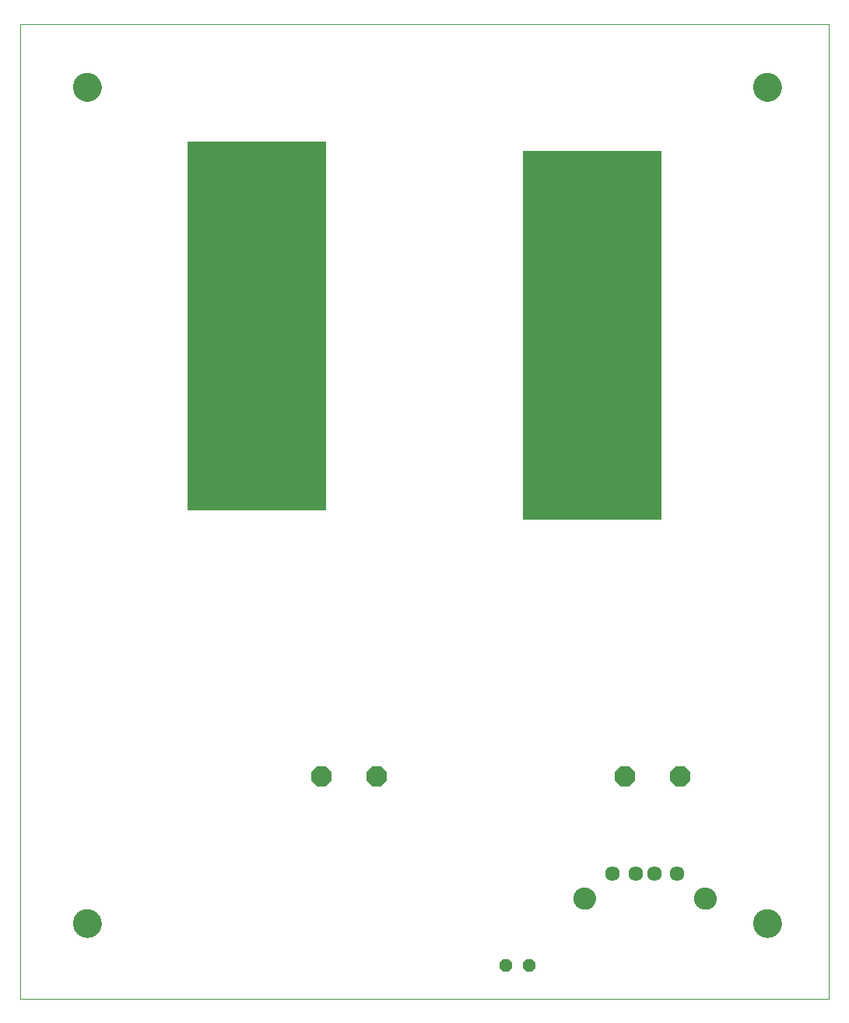
<source format=gbs>
G04 EAGLE Gerber RS-274X export*
G75*
%MOMM*%
%FSLAX34Y34*%
%LPD*%
%INSolder Mask bottom*%
%IPPOS*%
%AMOC8*
5,1,8,0,0,1.08239X$1,22.5*%
G01*
%ADD10C,0.001000*%
%ADD11C,1.609600*%
%ADD12C,0.000000*%
%ADD13C,2.401600*%
%ADD14P,1.539592X8X202.500000*%
%ADD15R,15.101600X40.101600*%
%ADD16P,2.446851X8X22.500000*%
%ADD17C,3.101600*%


D10*
X12286Y7998D02*
X892286Y7998D01*
X892286Y1068368D01*
X12286Y1068368D01*
X12286Y7998D01*
D11*
X656999Y144201D03*
X682000Y144201D03*
X702000Y144201D03*
X727001Y144201D03*
D12*
X614800Y117099D02*
X614803Y117381D01*
X614814Y117663D01*
X614831Y117945D01*
X614855Y118226D01*
X614886Y118507D01*
X614924Y118786D01*
X614969Y119065D01*
X615021Y119343D01*
X615079Y119619D01*
X615145Y119893D01*
X615217Y120166D01*
X615295Y120437D01*
X615380Y120706D01*
X615472Y120973D01*
X615571Y121238D01*
X615675Y121500D01*
X615787Y121759D01*
X615904Y122016D01*
X616028Y122270D01*
X616158Y122520D01*
X616294Y122767D01*
X616436Y123011D01*
X616584Y123251D01*
X616738Y123488D01*
X616898Y123721D01*
X617063Y123950D01*
X617234Y124174D01*
X617410Y124395D01*
X617592Y124610D01*
X617779Y124822D01*
X617971Y125029D01*
X618168Y125231D01*
X618370Y125428D01*
X618577Y125620D01*
X618789Y125807D01*
X619004Y125989D01*
X619225Y126165D01*
X619449Y126336D01*
X619678Y126501D01*
X619911Y126661D01*
X620148Y126815D01*
X620388Y126963D01*
X620632Y127105D01*
X620879Y127241D01*
X621129Y127371D01*
X621383Y127495D01*
X621640Y127612D01*
X621899Y127724D01*
X622161Y127828D01*
X622426Y127927D01*
X622693Y128019D01*
X622962Y128104D01*
X623233Y128182D01*
X623506Y128254D01*
X623780Y128320D01*
X624056Y128378D01*
X624334Y128430D01*
X624613Y128475D01*
X624892Y128513D01*
X625173Y128544D01*
X625454Y128568D01*
X625736Y128585D01*
X626018Y128596D01*
X626300Y128599D01*
X626582Y128596D01*
X626864Y128585D01*
X627146Y128568D01*
X627427Y128544D01*
X627708Y128513D01*
X627987Y128475D01*
X628266Y128430D01*
X628544Y128378D01*
X628820Y128320D01*
X629094Y128254D01*
X629367Y128182D01*
X629638Y128104D01*
X629907Y128019D01*
X630174Y127927D01*
X630439Y127828D01*
X630701Y127724D01*
X630960Y127612D01*
X631217Y127495D01*
X631471Y127371D01*
X631721Y127241D01*
X631968Y127105D01*
X632212Y126963D01*
X632452Y126815D01*
X632689Y126661D01*
X632922Y126501D01*
X633151Y126336D01*
X633375Y126165D01*
X633596Y125989D01*
X633811Y125807D01*
X634023Y125620D01*
X634230Y125428D01*
X634432Y125231D01*
X634629Y125029D01*
X634821Y124822D01*
X635008Y124610D01*
X635190Y124395D01*
X635366Y124174D01*
X635537Y123950D01*
X635702Y123721D01*
X635862Y123488D01*
X636016Y123251D01*
X636164Y123011D01*
X636306Y122767D01*
X636442Y122520D01*
X636572Y122270D01*
X636696Y122016D01*
X636813Y121759D01*
X636925Y121500D01*
X637029Y121238D01*
X637128Y120973D01*
X637220Y120706D01*
X637305Y120437D01*
X637383Y120166D01*
X637455Y119893D01*
X637521Y119619D01*
X637579Y119343D01*
X637631Y119065D01*
X637676Y118786D01*
X637714Y118507D01*
X637745Y118226D01*
X637769Y117945D01*
X637786Y117663D01*
X637797Y117381D01*
X637800Y117099D01*
X637797Y116817D01*
X637786Y116535D01*
X637769Y116253D01*
X637745Y115972D01*
X637714Y115691D01*
X637676Y115412D01*
X637631Y115133D01*
X637579Y114855D01*
X637521Y114579D01*
X637455Y114305D01*
X637383Y114032D01*
X637305Y113761D01*
X637220Y113492D01*
X637128Y113225D01*
X637029Y112960D01*
X636925Y112698D01*
X636813Y112439D01*
X636696Y112182D01*
X636572Y111928D01*
X636442Y111678D01*
X636306Y111431D01*
X636164Y111187D01*
X636016Y110947D01*
X635862Y110710D01*
X635702Y110477D01*
X635537Y110248D01*
X635366Y110024D01*
X635190Y109803D01*
X635008Y109588D01*
X634821Y109376D01*
X634629Y109169D01*
X634432Y108967D01*
X634230Y108770D01*
X634023Y108578D01*
X633811Y108391D01*
X633596Y108209D01*
X633375Y108033D01*
X633151Y107862D01*
X632922Y107697D01*
X632689Y107537D01*
X632452Y107383D01*
X632212Y107235D01*
X631968Y107093D01*
X631721Y106957D01*
X631471Y106827D01*
X631217Y106703D01*
X630960Y106586D01*
X630701Y106474D01*
X630439Y106370D01*
X630174Y106271D01*
X629907Y106179D01*
X629638Y106094D01*
X629367Y106016D01*
X629094Y105944D01*
X628820Y105878D01*
X628544Y105820D01*
X628266Y105768D01*
X627987Y105723D01*
X627708Y105685D01*
X627427Y105654D01*
X627146Y105630D01*
X626864Y105613D01*
X626582Y105602D01*
X626300Y105599D01*
X626018Y105602D01*
X625736Y105613D01*
X625454Y105630D01*
X625173Y105654D01*
X624892Y105685D01*
X624613Y105723D01*
X624334Y105768D01*
X624056Y105820D01*
X623780Y105878D01*
X623506Y105944D01*
X623233Y106016D01*
X622962Y106094D01*
X622693Y106179D01*
X622426Y106271D01*
X622161Y106370D01*
X621899Y106474D01*
X621640Y106586D01*
X621383Y106703D01*
X621129Y106827D01*
X620879Y106957D01*
X620632Y107093D01*
X620388Y107235D01*
X620148Y107383D01*
X619911Y107537D01*
X619678Y107697D01*
X619449Y107862D01*
X619225Y108033D01*
X619004Y108209D01*
X618789Y108391D01*
X618577Y108578D01*
X618370Y108770D01*
X618168Y108967D01*
X617971Y109169D01*
X617779Y109376D01*
X617592Y109588D01*
X617410Y109803D01*
X617234Y110024D01*
X617063Y110248D01*
X616898Y110477D01*
X616738Y110710D01*
X616584Y110947D01*
X616436Y111187D01*
X616294Y111431D01*
X616158Y111678D01*
X616028Y111928D01*
X615904Y112182D01*
X615787Y112439D01*
X615675Y112698D01*
X615571Y112960D01*
X615472Y113225D01*
X615380Y113492D01*
X615295Y113761D01*
X615217Y114032D01*
X615145Y114305D01*
X615079Y114579D01*
X615021Y114855D01*
X614969Y115133D01*
X614924Y115412D01*
X614886Y115691D01*
X614855Y115972D01*
X614831Y116253D01*
X614814Y116535D01*
X614803Y116817D01*
X614800Y117099D01*
D13*
X626300Y117099D03*
D12*
X746200Y117099D02*
X746203Y117381D01*
X746214Y117663D01*
X746231Y117945D01*
X746255Y118226D01*
X746286Y118507D01*
X746324Y118786D01*
X746369Y119065D01*
X746421Y119343D01*
X746479Y119619D01*
X746545Y119893D01*
X746617Y120166D01*
X746695Y120437D01*
X746780Y120706D01*
X746872Y120973D01*
X746971Y121238D01*
X747075Y121500D01*
X747187Y121759D01*
X747304Y122016D01*
X747428Y122270D01*
X747558Y122520D01*
X747694Y122767D01*
X747836Y123011D01*
X747984Y123251D01*
X748138Y123488D01*
X748298Y123721D01*
X748463Y123950D01*
X748634Y124174D01*
X748810Y124395D01*
X748992Y124610D01*
X749179Y124822D01*
X749371Y125029D01*
X749568Y125231D01*
X749770Y125428D01*
X749977Y125620D01*
X750189Y125807D01*
X750404Y125989D01*
X750625Y126165D01*
X750849Y126336D01*
X751078Y126501D01*
X751311Y126661D01*
X751548Y126815D01*
X751788Y126963D01*
X752032Y127105D01*
X752279Y127241D01*
X752529Y127371D01*
X752783Y127495D01*
X753040Y127612D01*
X753299Y127724D01*
X753561Y127828D01*
X753826Y127927D01*
X754093Y128019D01*
X754362Y128104D01*
X754633Y128182D01*
X754906Y128254D01*
X755180Y128320D01*
X755456Y128378D01*
X755734Y128430D01*
X756013Y128475D01*
X756292Y128513D01*
X756573Y128544D01*
X756854Y128568D01*
X757136Y128585D01*
X757418Y128596D01*
X757700Y128599D01*
X757982Y128596D01*
X758264Y128585D01*
X758546Y128568D01*
X758827Y128544D01*
X759108Y128513D01*
X759387Y128475D01*
X759666Y128430D01*
X759944Y128378D01*
X760220Y128320D01*
X760494Y128254D01*
X760767Y128182D01*
X761038Y128104D01*
X761307Y128019D01*
X761574Y127927D01*
X761839Y127828D01*
X762101Y127724D01*
X762360Y127612D01*
X762617Y127495D01*
X762871Y127371D01*
X763121Y127241D01*
X763368Y127105D01*
X763612Y126963D01*
X763852Y126815D01*
X764089Y126661D01*
X764322Y126501D01*
X764551Y126336D01*
X764775Y126165D01*
X764996Y125989D01*
X765211Y125807D01*
X765423Y125620D01*
X765630Y125428D01*
X765832Y125231D01*
X766029Y125029D01*
X766221Y124822D01*
X766408Y124610D01*
X766590Y124395D01*
X766766Y124174D01*
X766937Y123950D01*
X767102Y123721D01*
X767262Y123488D01*
X767416Y123251D01*
X767564Y123011D01*
X767706Y122767D01*
X767842Y122520D01*
X767972Y122270D01*
X768096Y122016D01*
X768213Y121759D01*
X768325Y121500D01*
X768429Y121238D01*
X768528Y120973D01*
X768620Y120706D01*
X768705Y120437D01*
X768783Y120166D01*
X768855Y119893D01*
X768921Y119619D01*
X768979Y119343D01*
X769031Y119065D01*
X769076Y118786D01*
X769114Y118507D01*
X769145Y118226D01*
X769169Y117945D01*
X769186Y117663D01*
X769197Y117381D01*
X769200Y117099D01*
X769197Y116817D01*
X769186Y116535D01*
X769169Y116253D01*
X769145Y115972D01*
X769114Y115691D01*
X769076Y115412D01*
X769031Y115133D01*
X768979Y114855D01*
X768921Y114579D01*
X768855Y114305D01*
X768783Y114032D01*
X768705Y113761D01*
X768620Y113492D01*
X768528Y113225D01*
X768429Y112960D01*
X768325Y112698D01*
X768213Y112439D01*
X768096Y112182D01*
X767972Y111928D01*
X767842Y111678D01*
X767706Y111431D01*
X767564Y111187D01*
X767416Y110947D01*
X767262Y110710D01*
X767102Y110477D01*
X766937Y110248D01*
X766766Y110024D01*
X766590Y109803D01*
X766408Y109588D01*
X766221Y109376D01*
X766029Y109169D01*
X765832Y108967D01*
X765630Y108770D01*
X765423Y108578D01*
X765211Y108391D01*
X764996Y108209D01*
X764775Y108033D01*
X764551Y107862D01*
X764322Y107697D01*
X764089Y107537D01*
X763852Y107383D01*
X763612Y107235D01*
X763368Y107093D01*
X763121Y106957D01*
X762871Y106827D01*
X762617Y106703D01*
X762360Y106586D01*
X762101Y106474D01*
X761839Y106370D01*
X761574Y106271D01*
X761307Y106179D01*
X761038Y106094D01*
X760767Y106016D01*
X760494Y105944D01*
X760220Y105878D01*
X759944Y105820D01*
X759666Y105768D01*
X759387Y105723D01*
X759108Y105685D01*
X758827Y105654D01*
X758546Y105630D01*
X758264Y105613D01*
X757982Y105602D01*
X757700Y105599D01*
X757418Y105602D01*
X757136Y105613D01*
X756854Y105630D01*
X756573Y105654D01*
X756292Y105685D01*
X756013Y105723D01*
X755734Y105768D01*
X755456Y105820D01*
X755180Y105878D01*
X754906Y105944D01*
X754633Y106016D01*
X754362Y106094D01*
X754093Y106179D01*
X753826Y106271D01*
X753561Y106370D01*
X753299Y106474D01*
X753040Y106586D01*
X752783Y106703D01*
X752529Y106827D01*
X752279Y106957D01*
X752032Y107093D01*
X751788Y107235D01*
X751548Y107383D01*
X751311Y107537D01*
X751078Y107697D01*
X750849Y107862D01*
X750625Y108033D01*
X750404Y108209D01*
X750189Y108391D01*
X749977Y108578D01*
X749770Y108770D01*
X749568Y108967D01*
X749371Y109169D01*
X749179Y109376D01*
X748992Y109588D01*
X748810Y109803D01*
X748634Y110024D01*
X748463Y110248D01*
X748298Y110477D01*
X748138Y110710D01*
X747984Y110947D01*
X747836Y111187D01*
X747694Y111431D01*
X747558Y111678D01*
X747428Y111928D01*
X747304Y112182D01*
X747187Y112439D01*
X747075Y112698D01*
X746971Y112960D01*
X746872Y113225D01*
X746780Y113492D01*
X746695Y113761D01*
X746617Y114032D01*
X746545Y114305D01*
X746479Y114579D01*
X746421Y114855D01*
X746369Y115133D01*
X746324Y115412D01*
X746286Y115691D01*
X746255Y115972D01*
X746231Y116253D01*
X746214Y116535D01*
X746203Y116817D01*
X746200Y117099D01*
D13*
X757700Y117099D03*
D14*
X565800Y43800D03*
X540400Y43800D03*
D15*
X635000Y730000D03*
X270000Y740000D03*
D16*
X400000Y250000D03*
X340000Y250000D03*
X670000Y250000D03*
X730000Y250000D03*
D12*
X70000Y90000D02*
X70005Y90368D01*
X70018Y90736D01*
X70041Y91103D01*
X70072Y91470D01*
X70113Y91836D01*
X70162Y92201D01*
X70221Y92564D01*
X70288Y92926D01*
X70364Y93287D01*
X70450Y93645D01*
X70543Y94001D01*
X70646Y94354D01*
X70757Y94705D01*
X70877Y95053D01*
X71005Y95398D01*
X71142Y95740D01*
X71287Y96079D01*
X71440Y96413D01*
X71602Y96744D01*
X71771Y97071D01*
X71949Y97393D01*
X72134Y97712D01*
X72327Y98025D01*
X72528Y98334D01*
X72736Y98637D01*
X72952Y98935D01*
X73175Y99228D01*
X73405Y99516D01*
X73642Y99798D01*
X73886Y100073D01*
X74136Y100343D01*
X74393Y100607D01*
X74657Y100864D01*
X74927Y101114D01*
X75202Y101358D01*
X75484Y101595D01*
X75772Y101825D01*
X76065Y102048D01*
X76363Y102264D01*
X76666Y102472D01*
X76975Y102673D01*
X77288Y102866D01*
X77607Y103051D01*
X77929Y103229D01*
X78256Y103398D01*
X78587Y103560D01*
X78921Y103713D01*
X79260Y103858D01*
X79602Y103995D01*
X79947Y104123D01*
X80295Y104243D01*
X80646Y104354D01*
X80999Y104457D01*
X81355Y104550D01*
X81713Y104636D01*
X82074Y104712D01*
X82436Y104779D01*
X82799Y104838D01*
X83164Y104887D01*
X83530Y104928D01*
X83897Y104959D01*
X84264Y104982D01*
X84632Y104995D01*
X85000Y105000D01*
X85368Y104995D01*
X85736Y104982D01*
X86103Y104959D01*
X86470Y104928D01*
X86836Y104887D01*
X87201Y104838D01*
X87564Y104779D01*
X87926Y104712D01*
X88287Y104636D01*
X88645Y104550D01*
X89001Y104457D01*
X89354Y104354D01*
X89705Y104243D01*
X90053Y104123D01*
X90398Y103995D01*
X90740Y103858D01*
X91079Y103713D01*
X91413Y103560D01*
X91744Y103398D01*
X92071Y103229D01*
X92393Y103051D01*
X92712Y102866D01*
X93025Y102673D01*
X93334Y102472D01*
X93637Y102264D01*
X93935Y102048D01*
X94228Y101825D01*
X94516Y101595D01*
X94798Y101358D01*
X95073Y101114D01*
X95343Y100864D01*
X95607Y100607D01*
X95864Y100343D01*
X96114Y100073D01*
X96358Y99798D01*
X96595Y99516D01*
X96825Y99228D01*
X97048Y98935D01*
X97264Y98637D01*
X97472Y98334D01*
X97673Y98025D01*
X97866Y97712D01*
X98051Y97393D01*
X98229Y97071D01*
X98398Y96744D01*
X98560Y96413D01*
X98713Y96079D01*
X98858Y95740D01*
X98995Y95398D01*
X99123Y95053D01*
X99243Y94705D01*
X99354Y94354D01*
X99457Y94001D01*
X99550Y93645D01*
X99636Y93287D01*
X99712Y92926D01*
X99779Y92564D01*
X99838Y92201D01*
X99887Y91836D01*
X99928Y91470D01*
X99959Y91103D01*
X99982Y90736D01*
X99995Y90368D01*
X100000Y90000D01*
X99995Y89632D01*
X99982Y89264D01*
X99959Y88897D01*
X99928Y88530D01*
X99887Y88164D01*
X99838Y87799D01*
X99779Y87436D01*
X99712Y87074D01*
X99636Y86713D01*
X99550Y86355D01*
X99457Y85999D01*
X99354Y85646D01*
X99243Y85295D01*
X99123Y84947D01*
X98995Y84602D01*
X98858Y84260D01*
X98713Y83921D01*
X98560Y83587D01*
X98398Y83256D01*
X98229Y82929D01*
X98051Y82607D01*
X97866Y82288D01*
X97673Y81975D01*
X97472Y81666D01*
X97264Y81363D01*
X97048Y81065D01*
X96825Y80772D01*
X96595Y80484D01*
X96358Y80202D01*
X96114Y79927D01*
X95864Y79657D01*
X95607Y79393D01*
X95343Y79136D01*
X95073Y78886D01*
X94798Y78642D01*
X94516Y78405D01*
X94228Y78175D01*
X93935Y77952D01*
X93637Y77736D01*
X93334Y77528D01*
X93025Y77327D01*
X92712Y77134D01*
X92393Y76949D01*
X92071Y76771D01*
X91744Y76602D01*
X91413Y76440D01*
X91079Y76287D01*
X90740Y76142D01*
X90398Y76005D01*
X90053Y75877D01*
X89705Y75757D01*
X89354Y75646D01*
X89001Y75543D01*
X88645Y75450D01*
X88287Y75364D01*
X87926Y75288D01*
X87564Y75221D01*
X87201Y75162D01*
X86836Y75113D01*
X86470Y75072D01*
X86103Y75041D01*
X85736Y75018D01*
X85368Y75005D01*
X85000Y75000D01*
X84632Y75005D01*
X84264Y75018D01*
X83897Y75041D01*
X83530Y75072D01*
X83164Y75113D01*
X82799Y75162D01*
X82436Y75221D01*
X82074Y75288D01*
X81713Y75364D01*
X81355Y75450D01*
X80999Y75543D01*
X80646Y75646D01*
X80295Y75757D01*
X79947Y75877D01*
X79602Y76005D01*
X79260Y76142D01*
X78921Y76287D01*
X78587Y76440D01*
X78256Y76602D01*
X77929Y76771D01*
X77607Y76949D01*
X77288Y77134D01*
X76975Y77327D01*
X76666Y77528D01*
X76363Y77736D01*
X76065Y77952D01*
X75772Y78175D01*
X75484Y78405D01*
X75202Y78642D01*
X74927Y78886D01*
X74657Y79136D01*
X74393Y79393D01*
X74136Y79657D01*
X73886Y79927D01*
X73642Y80202D01*
X73405Y80484D01*
X73175Y80772D01*
X72952Y81065D01*
X72736Y81363D01*
X72528Y81666D01*
X72327Y81975D01*
X72134Y82288D01*
X71949Y82607D01*
X71771Y82929D01*
X71602Y83256D01*
X71440Y83587D01*
X71287Y83921D01*
X71142Y84260D01*
X71005Y84602D01*
X70877Y84947D01*
X70757Y85295D01*
X70646Y85646D01*
X70543Y85999D01*
X70450Y86355D01*
X70364Y86713D01*
X70288Y87074D01*
X70221Y87436D01*
X70162Y87799D01*
X70113Y88164D01*
X70072Y88530D01*
X70041Y88897D01*
X70018Y89264D01*
X70005Y89632D01*
X70000Y90000D01*
D17*
X85000Y90000D03*
D12*
X810000Y90000D02*
X810005Y90368D01*
X810018Y90736D01*
X810041Y91103D01*
X810072Y91470D01*
X810113Y91836D01*
X810162Y92201D01*
X810221Y92564D01*
X810288Y92926D01*
X810364Y93287D01*
X810450Y93645D01*
X810543Y94001D01*
X810646Y94354D01*
X810757Y94705D01*
X810877Y95053D01*
X811005Y95398D01*
X811142Y95740D01*
X811287Y96079D01*
X811440Y96413D01*
X811602Y96744D01*
X811771Y97071D01*
X811949Y97393D01*
X812134Y97712D01*
X812327Y98025D01*
X812528Y98334D01*
X812736Y98637D01*
X812952Y98935D01*
X813175Y99228D01*
X813405Y99516D01*
X813642Y99798D01*
X813886Y100073D01*
X814136Y100343D01*
X814393Y100607D01*
X814657Y100864D01*
X814927Y101114D01*
X815202Y101358D01*
X815484Y101595D01*
X815772Y101825D01*
X816065Y102048D01*
X816363Y102264D01*
X816666Y102472D01*
X816975Y102673D01*
X817288Y102866D01*
X817607Y103051D01*
X817929Y103229D01*
X818256Y103398D01*
X818587Y103560D01*
X818921Y103713D01*
X819260Y103858D01*
X819602Y103995D01*
X819947Y104123D01*
X820295Y104243D01*
X820646Y104354D01*
X820999Y104457D01*
X821355Y104550D01*
X821713Y104636D01*
X822074Y104712D01*
X822436Y104779D01*
X822799Y104838D01*
X823164Y104887D01*
X823530Y104928D01*
X823897Y104959D01*
X824264Y104982D01*
X824632Y104995D01*
X825000Y105000D01*
X825368Y104995D01*
X825736Y104982D01*
X826103Y104959D01*
X826470Y104928D01*
X826836Y104887D01*
X827201Y104838D01*
X827564Y104779D01*
X827926Y104712D01*
X828287Y104636D01*
X828645Y104550D01*
X829001Y104457D01*
X829354Y104354D01*
X829705Y104243D01*
X830053Y104123D01*
X830398Y103995D01*
X830740Y103858D01*
X831079Y103713D01*
X831413Y103560D01*
X831744Y103398D01*
X832071Y103229D01*
X832393Y103051D01*
X832712Y102866D01*
X833025Y102673D01*
X833334Y102472D01*
X833637Y102264D01*
X833935Y102048D01*
X834228Y101825D01*
X834516Y101595D01*
X834798Y101358D01*
X835073Y101114D01*
X835343Y100864D01*
X835607Y100607D01*
X835864Y100343D01*
X836114Y100073D01*
X836358Y99798D01*
X836595Y99516D01*
X836825Y99228D01*
X837048Y98935D01*
X837264Y98637D01*
X837472Y98334D01*
X837673Y98025D01*
X837866Y97712D01*
X838051Y97393D01*
X838229Y97071D01*
X838398Y96744D01*
X838560Y96413D01*
X838713Y96079D01*
X838858Y95740D01*
X838995Y95398D01*
X839123Y95053D01*
X839243Y94705D01*
X839354Y94354D01*
X839457Y94001D01*
X839550Y93645D01*
X839636Y93287D01*
X839712Y92926D01*
X839779Y92564D01*
X839838Y92201D01*
X839887Y91836D01*
X839928Y91470D01*
X839959Y91103D01*
X839982Y90736D01*
X839995Y90368D01*
X840000Y90000D01*
X839995Y89632D01*
X839982Y89264D01*
X839959Y88897D01*
X839928Y88530D01*
X839887Y88164D01*
X839838Y87799D01*
X839779Y87436D01*
X839712Y87074D01*
X839636Y86713D01*
X839550Y86355D01*
X839457Y85999D01*
X839354Y85646D01*
X839243Y85295D01*
X839123Y84947D01*
X838995Y84602D01*
X838858Y84260D01*
X838713Y83921D01*
X838560Y83587D01*
X838398Y83256D01*
X838229Y82929D01*
X838051Y82607D01*
X837866Y82288D01*
X837673Y81975D01*
X837472Y81666D01*
X837264Y81363D01*
X837048Y81065D01*
X836825Y80772D01*
X836595Y80484D01*
X836358Y80202D01*
X836114Y79927D01*
X835864Y79657D01*
X835607Y79393D01*
X835343Y79136D01*
X835073Y78886D01*
X834798Y78642D01*
X834516Y78405D01*
X834228Y78175D01*
X833935Y77952D01*
X833637Y77736D01*
X833334Y77528D01*
X833025Y77327D01*
X832712Y77134D01*
X832393Y76949D01*
X832071Y76771D01*
X831744Y76602D01*
X831413Y76440D01*
X831079Y76287D01*
X830740Y76142D01*
X830398Y76005D01*
X830053Y75877D01*
X829705Y75757D01*
X829354Y75646D01*
X829001Y75543D01*
X828645Y75450D01*
X828287Y75364D01*
X827926Y75288D01*
X827564Y75221D01*
X827201Y75162D01*
X826836Y75113D01*
X826470Y75072D01*
X826103Y75041D01*
X825736Y75018D01*
X825368Y75005D01*
X825000Y75000D01*
X824632Y75005D01*
X824264Y75018D01*
X823897Y75041D01*
X823530Y75072D01*
X823164Y75113D01*
X822799Y75162D01*
X822436Y75221D01*
X822074Y75288D01*
X821713Y75364D01*
X821355Y75450D01*
X820999Y75543D01*
X820646Y75646D01*
X820295Y75757D01*
X819947Y75877D01*
X819602Y76005D01*
X819260Y76142D01*
X818921Y76287D01*
X818587Y76440D01*
X818256Y76602D01*
X817929Y76771D01*
X817607Y76949D01*
X817288Y77134D01*
X816975Y77327D01*
X816666Y77528D01*
X816363Y77736D01*
X816065Y77952D01*
X815772Y78175D01*
X815484Y78405D01*
X815202Y78642D01*
X814927Y78886D01*
X814657Y79136D01*
X814393Y79393D01*
X814136Y79657D01*
X813886Y79927D01*
X813642Y80202D01*
X813405Y80484D01*
X813175Y80772D01*
X812952Y81065D01*
X812736Y81363D01*
X812528Y81666D01*
X812327Y81975D01*
X812134Y82288D01*
X811949Y82607D01*
X811771Y82929D01*
X811602Y83256D01*
X811440Y83587D01*
X811287Y83921D01*
X811142Y84260D01*
X811005Y84602D01*
X810877Y84947D01*
X810757Y85295D01*
X810646Y85646D01*
X810543Y85999D01*
X810450Y86355D01*
X810364Y86713D01*
X810288Y87074D01*
X810221Y87436D01*
X810162Y87799D01*
X810113Y88164D01*
X810072Y88530D01*
X810041Y88897D01*
X810018Y89264D01*
X810005Y89632D01*
X810000Y90000D01*
D17*
X825000Y90000D03*
D12*
X810000Y1000000D02*
X810005Y1000368D01*
X810018Y1000736D01*
X810041Y1001103D01*
X810072Y1001470D01*
X810113Y1001836D01*
X810162Y1002201D01*
X810221Y1002564D01*
X810288Y1002926D01*
X810364Y1003287D01*
X810450Y1003645D01*
X810543Y1004001D01*
X810646Y1004354D01*
X810757Y1004705D01*
X810877Y1005053D01*
X811005Y1005398D01*
X811142Y1005740D01*
X811287Y1006079D01*
X811440Y1006413D01*
X811602Y1006744D01*
X811771Y1007071D01*
X811949Y1007393D01*
X812134Y1007712D01*
X812327Y1008025D01*
X812528Y1008334D01*
X812736Y1008637D01*
X812952Y1008935D01*
X813175Y1009228D01*
X813405Y1009516D01*
X813642Y1009798D01*
X813886Y1010073D01*
X814136Y1010343D01*
X814393Y1010607D01*
X814657Y1010864D01*
X814927Y1011114D01*
X815202Y1011358D01*
X815484Y1011595D01*
X815772Y1011825D01*
X816065Y1012048D01*
X816363Y1012264D01*
X816666Y1012472D01*
X816975Y1012673D01*
X817288Y1012866D01*
X817607Y1013051D01*
X817929Y1013229D01*
X818256Y1013398D01*
X818587Y1013560D01*
X818921Y1013713D01*
X819260Y1013858D01*
X819602Y1013995D01*
X819947Y1014123D01*
X820295Y1014243D01*
X820646Y1014354D01*
X820999Y1014457D01*
X821355Y1014550D01*
X821713Y1014636D01*
X822074Y1014712D01*
X822436Y1014779D01*
X822799Y1014838D01*
X823164Y1014887D01*
X823530Y1014928D01*
X823897Y1014959D01*
X824264Y1014982D01*
X824632Y1014995D01*
X825000Y1015000D01*
X825368Y1014995D01*
X825736Y1014982D01*
X826103Y1014959D01*
X826470Y1014928D01*
X826836Y1014887D01*
X827201Y1014838D01*
X827564Y1014779D01*
X827926Y1014712D01*
X828287Y1014636D01*
X828645Y1014550D01*
X829001Y1014457D01*
X829354Y1014354D01*
X829705Y1014243D01*
X830053Y1014123D01*
X830398Y1013995D01*
X830740Y1013858D01*
X831079Y1013713D01*
X831413Y1013560D01*
X831744Y1013398D01*
X832071Y1013229D01*
X832393Y1013051D01*
X832712Y1012866D01*
X833025Y1012673D01*
X833334Y1012472D01*
X833637Y1012264D01*
X833935Y1012048D01*
X834228Y1011825D01*
X834516Y1011595D01*
X834798Y1011358D01*
X835073Y1011114D01*
X835343Y1010864D01*
X835607Y1010607D01*
X835864Y1010343D01*
X836114Y1010073D01*
X836358Y1009798D01*
X836595Y1009516D01*
X836825Y1009228D01*
X837048Y1008935D01*
X837264Y1008637D01*
X837472Y1008334D01*
X837673Y1008025D01*
X837866Y1007712D01*
X838051Y1007393D01*
X838229Y1007071D01*
X838398Y1006744D01*
X838560Y1006413D01*
X838713Y1006079D01*
X838858Y1005740D01*
X838995Y1005398D01*
X839123Y1005053D01*
X839243Y1004705D01*
X839354Y1004354D01*
X839457Y1004001D01*
X839550Y1003645D01*
X839636Y1003287D01*
X839712Y1002926D01*
X839779Y1002564D01*
X839838Y1002201D01*
X839887Y1001836D01*
X839928Y1001470D01*
X839959Y1001103D01*
X839982Y1000736D01*
X839995Y1000368D01*
X840000Y1000000D01*
X839995Y999632D01*
X839982Y999264D01*
X839959Y998897D01*
X839928Y998530D01*
X839887Y998164D01*
X839838Y997799D01*
X839779Y997436D01*
X839712Y997074D01*
X839636Y996713D01*
X839550Y996355D01*
X839457Y995999D01*
X839354Y995646D01*
X839243Y995295D01*
X839123Y994947D01*
X838995Y994602D01*
X838858Y994260D01*
X838713Y993921D01*
X838560Y993587D01*
X838398Y993256D01*
X838229Y992929D01*
X838051Y992607D01*
X837866Y992288D01*
X837673Y991975D01*
X837472Y991666D01*
X837264Y991363D01*
X837048Y991065D01*
X836825Y990772D01*
X836595Y990484D01*
X836358Y990202D01*
X836114Y989927D01*
X835864Y989657D01*
X835607Y989393D01*
X835343Y989136D01*
X835073Y988886D01*
X834798Y988642D01*
X834516Y988405D01*
X834228Y988175D01*
X833935Y987952D01*
X833637Y987736D01*
X833334Y987528D01*
X833025Y987327D01*
X832712Y987134D01*
X832393Y986949D01*
X832071Y986771D01*
X831744Y986602D01*
X831413Y986440D01*
X831079Y986287D01*
X830740Y986142D01*
X830398Y986005D01*
X830053Y985877D01*
X829705Y985757D01*
X829354Y985646D01*
X829001Y985543D01*
X828645Y985450D01*
X828287Y985364D01*
X827926Y985288D01*
X827564Y985221D01*
X827201Y985162D01*
X826836Y985113D01*
X826470Y985072D01*
X826103Y985041D01*
X825736Y985018D01*
X825368Y985005D01*
X825000Y985000D01*
X824632Y985005D01*
X824264Y985018D01*
X823897Y985041D01*
X823530Y985072D01*
X823164Y985113D01*
X822799Y985162D01*
X822436Y985221D01*
X822074Y985288D01*
X821713Y985364D01*
X821355Y985450D01*
X820999Y985543D01*
X820646Y985646D01*
X820295Y985757D01*
X819947Y985877D01*
X819602Y986005D01*
X819260Y986142D01*
X818921Y986287D01*
X818587Y986440D01*
X818256Y986602D01*
X817929Y986771D01*
X817607Y986949D01*
X817288Y987134D01*
X816975Y987327D01*
X816666Y987528D01*
X816363Y987736D01*
X816065Y987952D01*
X815772Y988175D01*
X815484Y988405D01*
X815202Y988642D01*
X814927Y988886D01*
X814657Y989136D01*
X814393Y989393D01*
X814136Y989657D01*
X813886Y989927D01*
X813642Y990202D01*
X813405Y990484D01*
X813175Y990772D01*
X812952Y991065D01*
X812736Y991363D01*
X812528Y991666D01*
X812327Y991975D01*
X812134Y992288D01*
X811949Y992607D01*
X811771Y992929D01*
X811602Y993256D01*
X811440Y993587D01*
X811287Y993921D01*
X811142Y994260D01*
X811005Y994602D01*
X810877Y994947D01*
X810757Y995295D01*
X810646Y995646D01*
X810543Y995999D01*
X810450Y996355D01*
X810364Y996713D01*
X810288Y997074D01*
X810221Y997436D01*
X810162Y997799D01*
X810113Y998164D01*
X810072Y998530D01*
X810041Y998897D01*
X810018Y999264D01*
X810005Y999632D01*
X810000Y1000000D01*
D17*
X825000Y1000000D03*
D12*
X70000Y1000000D02*
X70005Y1000368D01*
X70018Y1000736D01*
X70041Y1001103D01*
X70072Y1001470D01*
X70113Y1001836D01*
X70162Y1002201D01*
X70221Y1002564D01*
X70288Y1002926D01*
X70364Y1003287D01*
X70450Y1003645D01*
X70543Y1004001D01*
X70646Y1004354D01*
X70757Y1004705D01*
X70877Y1005053D01*
X71005Y1005398D01*
X71142Y1005740D01*
X71287Y1006079D01*
X71440Y1006413D01*
X71602Y1006744D01*
X71771Y1007071D01*
X71949Y1007393D01*
X72134Y1007712D01*
X72327Y1008025D01*
X72528Y1008334D01*
X72736Y1008637D01*
X72952Y1008935D01*
X73175Y1009228D01*
X73405Y1009516D01*
X73642Y1009798D01*
X73886Y1010073D01*
X74136Y1010343D01*
X74393Y1010607D01*
X74657Y1010864D01*
X74927Y1011114D01*
X75202Y1011358D01*
X75484Y1011595D01*
X75772Y1011825D01*
X76065Y1012048D01*
X76363Y1012264D01*
X76666Y1012472D01*
X76975Y1012673D01*
X77288Y1012866D01*
X77607Y1013051D01*
X77929Y1013229D01*
X78256Y1013398D01*
X78587Y1013560D01*
X78921Y1013713D01*
X79260Y1013858D01*
X79602Y1013995D01*
X79947Y1014123D01*
X80295Y1014243D01*
X80646Y1014354D01*
X80999Y1014457D01*
X81355Y1014550D01*
X81713Y1014636D01*
X82074Y1014712D01*
X82436Y1014779D01*
X82799Y1014838D01*
X83164Y1014887D01*
X83530Y1014928D01*
X83897Y1014959D01*
X84264Y1014982D01*
X84632Y1014995D01*
X85000Y1015000D01*
X85368Y1014995D01*
X85736Y1014982D01*
X86103Y1014959D01*
X86470Y1014928D01*
X86836Y1014887D01*
X87201Y1014838D01*
X87564Y1014779D01*
X87926Y1014712D01*
X88287Y1014636D01*
X88645Y1014550D01*
X89001Y1014457D01*
X89354Y1014354D01*
X89705Y1014243D01*
X90053Y1014123D01*
X90398Y1013995D01*
X90740Y1013858D01*
X91079Y1013713D01*
X91413Y1013560D01*
X91744Y1013398D01*
X92071Y1013229D01*
X92393Y1013051D01*
X92712Y1012866D01*
X93025Y1012673D01*
X93334Y1012472D01*
X93637Y1012264D01*
X93935Y1012048D01*
X94228Y1011825D01*
X94516Y1011595D01*
X94798Y1011358D01*
X95073Y1011114D01*
X95343Y1010864D01*
X95607Y1010607D01*
X95864Y1010343D01*
X96114Y1010073D01*
X96358Y1009798D01*
X96595Y1009516D01*
X96825Y1009228D01*
X97048Y1008935D01*
X97264Y1008637D01*
X97472Y1008334D01*
X97673Y1008025D01*
X97866Y1007712D01*
X98051Y1007393D01*
X98229Y1007071D01*
X98398Y1006744D01*
X98560Y1006413D01*
X98713Y1006079D01*
X98858Y1005740D01*
X98995Y1005398D01*
X99123Y1005053D01*
X99243Y1004705D01*
X99354Y1004354D01*
X99457Y1004001D01*
X99550Y1003645D01*
X99636Y1003287D01*
X99712Y1002926D01*
X99779Y1002564D01*
X99838Y1002201D01*
X99887Y1001836D01*
X99928Y1001470D01*
X99959Y1001103D01*
X99982Y1000736D01*
X99995Y1000368D01*
X100000Y1000000D01*
X99995Y999632D01*
X99982Y999264D01*
X99959Y998897D01*
X99928Y998530D01*
X99887Y998164D01*
X99838Y997799D01*
X99779Y997436D01*
X99712Y997074D01*
X99636Y996713D01*
X99550Y996355D01*
X99457Y995999D01*
X99354Y995646D01*
X99243Y995295D01*
X99123Y994947D01*
X98995Y994602D01*
X98858Y994260D01*
X98713Y993921D01*
X98560Y993587D01*
X98398Y993256D01*
X98229Y992929D01*
X98051Y992607D01*
X97866Y992288D01*
X97673Y991975D01*
X97472Y991666D01*
X97264Y991363D01*
X97048Y991065D01*
X96825Y990772D01*
X96595Y990484D01*
X96358Y990202D01*
X96114Y989927D01*
X95864Y989657D01*
X95607Y989393D01*
X95343Y989136D01*
X95073Y988886D01*
X94798Y988642D01*
X94516Y988405D01*
X94228Y988175D01*
X93935Y987952D01*
X93637Y987736D01*
X93334Y987528D01*
X93025Y987327D01*
X92712Y987134D01*
X92393Y986949D01*
X92071Y986771D01*
X91744Y986602D01*
X91413Y986440D01*
X91079Y986287D01*
X90740Y986142D01*
X90398Y986005D01*
X90053Y985877D01*
X89705Y985757D01*
X89354Y985646D01*
X89001Y985543D01*
X88645Y985450D01*
X88287Y985364D01*
X87926Y985288D01*
X87564Y985221D01*
X87201Y985162D01*
X86836Y985113D01*
X86470Y985072D01*
X86103Y985041D01*
X85736Y985018D01*
X85368Y985005D01*
X85000Y985000D01*
X84632Y985005D01*
X84264Y985018D01*
X83897Y985041D01*
X83530Y985072D01*
X83164Y985113D01*
X82799Y985162D01*
X82436Y985221D01*
X82074Y985288D01*
X81713Y985364D01*
X81355Y985450D01*
X80999Y985543D01*
X80646Y985646D01*
X80295Y985757D01*
X79947Y985877D01*
X79602Y986005D01*
X79260Y986142D01*
X78921Y986287D01*
X78587Y986440D01*
X78256Y986602D01*
X77929Y986771D01*
X77607Y986949D01*
X77288Y987134D01*
X76975Y987327D01*
X76666Y987528D01*
X76363Y987736D01*
X76065Y987952D01*
X75772Y988175D01*
X75484Y988405D01*
X75202Y988642D01*
X74927Y988886D01*
X74657Y989136D01*
X74393Y989393D01*
X74136Y989657D01*
X73886Y989927D01*
X73642Y990202D01*
X73405Y990484D01*
X73175Y990772D01*
X72952Y991065D01*
X72736Y991363D01*
X72528Y991666D01*
X72327Y991975D01*
X72134Y992288D01*
X71949Y992607D01*
X71771Y992929D01*
X71602Y993256D01*
X71440Y993587D01*
X71287Y993921D01*
X71142Y994260D01*
X71005Y994602D01*
X70877Y994947D01*
X70757Y995295D01*
X70646Y995646D01*
X70543Y995999D01*
X70450Y996355D01*
X70364Y996713D01*
X70288Y997074D01*
X70221Y997436D01*
X70162Y997799D01*
X70113Y998164D01*
X70072Y998530D01*
X70041Y998897D01*
X70018Y999264D01*
X70005Y999632D01*
X70000Y1000000D01*
D17*
X85000Y1000000D03*
M02*

</source>
